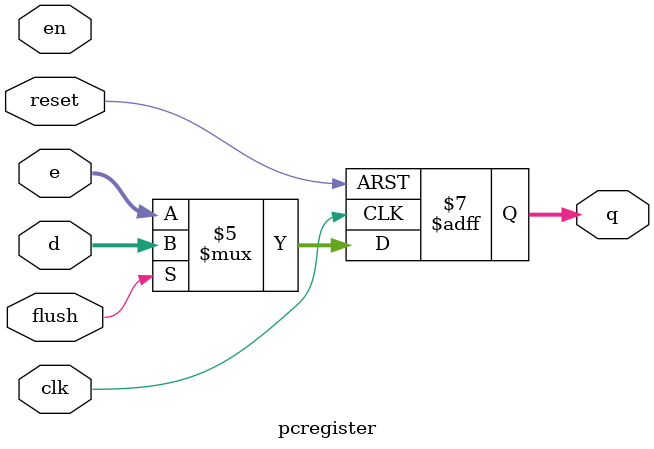
<source format=v>
module pcregister
#(parameter width = 32,  
parameter Default_val = 0)
(clk,reset,en,d,q,e,flush);

input clk, reset, en, flush;
input [width-1:0] d,e;
output reg [width-1:0] q;

always@(posedge clk or negedge reset )
begin
	if(!reset)
		q <= Default_val;
	else if(!flush)
	 	q <= e;
	else
		q <= d;
end

endmodule

</source>
